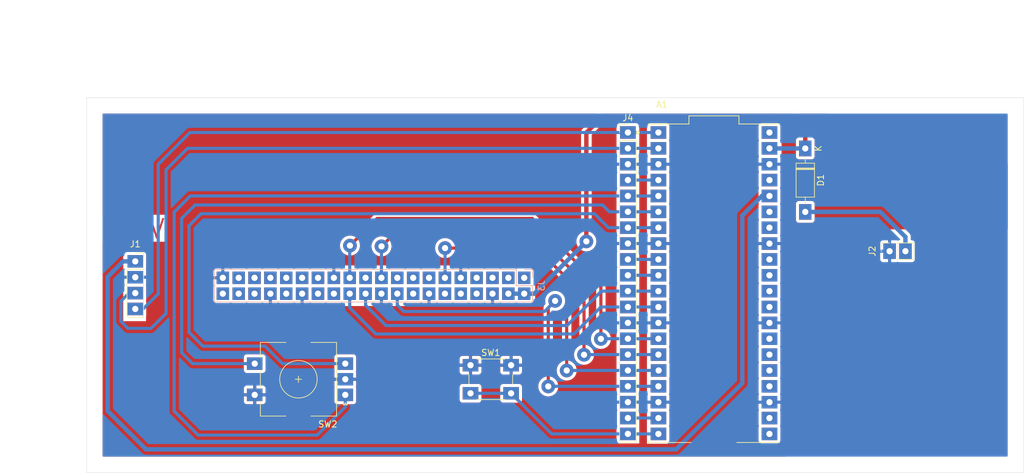
<source format=kicad_pcb>
(kicad_pcb (version 20240108) (generator "pcbnew") (generator_version "8.0")
  (layers (0 "F.Cu" signal) (31 "B.Cu" signal) (44 "Edge.Cuts" user))
  (net 0 "")
  (net 5 "ENC-PSH")
  (net 6 "GND")
  (net 9 "E-PAPER-DC")
  (net 10 "ENC-A")
  (net 12 "AS7341-SCL")
  (net 13 "E-PAPER-MOSI")
  (net 15 "E-PAPER-BUSY")
  (net 19 "E-PAPER-SCK")
  (net 20 "GP6")
  (net 21 "E-PAPER-RST")
  (net 22 "+3.3V")
  (net 23 "ENC-B")
  (net 25 "GP2")
  (net 26 "GP14")
  (net 27 "AS7341-SDA")
  (net 28 "GP7")
  (net 29 "E-PAPER-CS")
  (net 30 "+5V")
  (net 33 "PUSH-SWITCH")
  (net 34 "VCC")
  (net 49 "unconnected-(J3-Pin_40-Pad40)")
  (footprint "Diode_THT:D_DO-41_SOD81_P10.16mm_Horizontal" (layer "F.Cu") (at 197.35 69.370001 -90)
    (property "Reference" "D1" (at 5.08 -2.47 90) (layer "F.SilkS"))
    (property "Value" "1N4002")
    (fp_line (start 2.36 1.47) (end 7.8 1.47) (stroke (width 0.12)) (layer "F.SilkS"))
    (fp_line (start 7.8 1.47) (end 7.8 -1.47) (stroke (width 0.12)) (layer "F.SilkS"))
    (fp_line (start 1.34 0) (end 2.36 0) (stroke (width 0.12)) (layer "F.SilkS"))
    (fp_line (start 8.82 0) (end 7.8 0) (stroke (width 0.12)) (layer "F.SilkS"))
    (fp_line (start 2.36 -1.47) (end 2.36 1.47) (stroke (width 0.12)) (layer "F.SilkS"))
    (fp_line (start 3.14 -1.47) (end 3.14 1.47) (stroke (width 0.12)) (layer "F.SilkS"))
    (fp_line (start 3.26 -1.47) (end 3.26 1.47) (stroke (width 0.12)) (layer "F.SilkS"))
    (fp_line (start 3.38 -1.47) (end 3.38 1.47) (stroke (width 0.12)) (layer "F.SilkS"))
    (fp_line (start 7.8 -1.47) (end 2.36 -1.47) (stroke (width 0.12)) (layer "F.SilkS"))
    (fp_text user "K" (at 0 -2.1 90) (layer "F.SilkS"))
    (pad "1" thru_hole rect (at 0 0 270) (size 2.5 2) (drill 1) (layers "*.Cu" "*.Mask") (net 30 "+5V"))
    (pad "2" thru_hole rect (at 10.16 0 270) (size 2.5 2) (drill 1) (layers "*.Cu" "*.Mask") (net 34 "VCC"))
  )
  (footprint "Connector_PinHeader_2.54mm:PinHeader_1x20_P2.54mm_Vertical" (layer "F.Cu") (at 168.95 66.815)
    (property "Reference" "J4" (at 0 -2.33 0) (layer "F.SilkS"))
    (property "Value" "MCU-socket")
    (fp_line (start -1.33 -1.33) (end 0 -1.33) (stroke (width 0.12)) (layer "F.SilkS"))
    (fp_line (start -1.33 0) (end -1.33 -1.33) (stroke (width 0.12)) (layer "F.SilkS"))
    (fp_line (start -1.33 1.27) (end -1.33 49.59) (stroke (width 0.12)) (layer "F.SilkS"))
    (fp_line (start -1.33 1.27) (end 1.33 1.27) (stroke (width 0.12)) (layer "F.SilkS"))
    (fp_line (start -1.33 49.59) (end 1.33 49.59) (stroke (width 0.12)) (layer "F.SilkS"))
    (fp_line (start 1.33 1.27) (end 1.33 49.59) (stroke (width 0.12)) (layer "F.SilkS"))
    (pad "1" thru_hole rect (at 0 0) (size 2.5 2) (drill 1) (layers "*.Cu" "*.Mask") (net 27 "AS7341-SDA"))
    (pad "2" thru_hole rect (at 0 2.54) (size 2.5 2) (drill 1) (layers "*.Cu" "*.Mask") (net 12 "AS7341-SCL"))
    (pad "3" thru_hole rect (at 0 5.08) (size 2.5 2) (drill 1) (layers "*.Cu" "*.Mask") (net 6 "GND"))
    (pad "4" thru_hole rect (at 0 7.62) (size 2.5 2) (drill 1) (layers "*.Cu" "*.Mask") (net 25 "GP2"))
    (pad "5" thru_hole rect (at 0 10.16) (size 2.5 2) (drill 1) (layers "*.Cu" "*.Mask") (net 10 "ENC-A"))
    (pad "6" thru_hole rect (at 0 12.7) (size 2.5 2) (drill 1) (layers "*.Cu" "*.Mask") (net 5 "ENC-PSH"))
    (pad "7" thru_hole rect (at 0 15.24) (size 2.5 2) (drill 1) (layers "*.Cu" "*.Mask") (net 23 "ENC-B"))
    (pad "8" thru_hole rect (at 0 17.78) (size 2.5 2) (drill 1) (layers "*.Cu" "*.Mask") (net 6 "GND"))
    (pad "9" thru_hole rect (at 0 20.32) (size 2.5 2) (drill 1) (layers "*.Cu" "*.Mask") (net 20 "GP6"))
    (pad "10" thru_hole rect (at 0 22.86) (size 2.5 2) (drill 1) (layers "*.Cu" "*.Mask") (net 28 "GP7"))
    (pad "11" thru_hole rect (at 0 25.4) (size 2.5 2) (drill 1) (layers "*.Cu" "*.Mask") (net 9 "E-PAPER-DC"))
    (pad "12" thru_hole rect (at 0 27.94) (size 2.5 2) (drill 1) (layers "*.Cu" "*.Mask") (net 29 "E-PAPER-CS"))
    (pad "13" thru_hole rect (at 0 30.48) (size 2.5 2) (drill 1) (layers "*.Cu" "*.Mask") (net 6 "GND"))
    (pad "14" thru_hole rect (at 0 33.02) (size 2.5 2) (drill 1) (layers "*.Cu" "*.Mask") (net 19 "E-PAPER-SCK"))
    (pad "15" thru_hole rect (at 0 35.56) (size 2.5 2) (drill 1) (layers "*.Cu" "*.Mask") (net 13 "E-PAPER-MOSI"))
    (pad "16" thru_hole rect (at 0 38.1) (size 2.5 2) (drill 1) (layers "*.Cu" "*.Mask") (net 21 "E-PAPER-RST"))
    (pad "17" thru_hole rect (at 0 40.64) (size 2.5 2) (drill 1) (layers "*.Cu" "*.Mask") (net 15 "E-PAPER-BUSY"))
    (pad "18" thru_hole rect (at 0 43.18) (size 2.5 2) (drill 1) (layers "*.Cu" "*.Mask") (net 6 "GND"))
    (pad "19" thru_hole rect (at 0 45.72) (size 2.5 2) (drill 1) (layers "*.Cu" "*.Mask") (net 26 "GP14"))
    (pad "20" thru_hole rect (at 0 48.26) (size 2.5 2) (drill 1) (layers "*.Cu" "*.Mask") (net 33 "PUSH-SWITCH"))
  )
  (footprint "Button_Switch_THT:SW_PUSH_6mm_H13mm" (layer "F.Cu") (at 143.75 104.075)
    (property "Reference" "SW1" (at 3.25 -2 0) (layer "F.SilkS"))
    (property "Value" "SW_Push")
    (fp_line (start -0.25 1.5) (end -0.25 3) (stroke (width 0.12)) (layer "F.SilkS"))
    (fp_line (start 1 5.5) (end 5.5 5.5) (stroke (width 0.12)) (layer "F.SilkS"))
    (fp_line (start 5.5 -1) (end 1 -1) (stroke (width 0.12)) (layer "F.SilkS"))
    (fp_line (start 6.75 3) (end 6.75 1.5) (stroke (width 0.12)) (layer "F.SilkS"))
    (pad "1" thru_hole rect (at 0 0) (size 2.5 2) (drill 1) (layers "*.Cu" "*.Mask") (net 6 "GND"))
    (pad "1" thru_hole rect (at 6.5 0) (size 2.5 2) (drill 1) (layers "*.Cu" "*.Mask") (net 6 "GND"))
    (pad "2" thru_hole rect (at 0 4.5) (size 2.5 2) (drill 1) (layers "*.Cu" "*.Mask") (net 33 "PUSH-SWITCH"))
    (pad "2" thru_hole rect (at 6.5 4.5) (size 2.5 2) (drill 1) (layers "*.Cu" "*.Mask") (net 33 "PUSH-SWITCH"))
  )
  (footprint "userr:MODULE_SC0915" (layer "F.Cu") (at 182.725 90.95)
    (property "Reference" "A1" (at -8.325 -28.635 0) (layer "F.SilkS"))
    (property "Value" "SC0918")
    (fp_line (start -10.5 -25.5) (end -4 -25.5) (stroke (width 0.127)) (layer "F.SilkS"))
    (fp_line (start -10.5 -25.25) (end -10.5 -25.5) (stroke (width 0.127)) (layer "F.SilkS"))
    (fp_line (start -10.5 25.5) (end -10.5 25.25) (stroke (width 0.127)) (layer "F.SilkS"))
    (fp_line (start -4 -26.8) (end 4 -26.8) (stroke (width 0.127)) (layer "F.SilkS"))
    (fp_line (start -4 -25.5) (end -4 -26.8) (stroke (width 0.127)) (layer "F.SilkS"))
    (fp_line (start -3.66 25.5) (end -10.5 25.5) (stroke (width 0.127)) (layer "F.SilkS"))
    (fp_line (start 4 -26.8) (end 4 -25.5) (stroke (width 0.127)) (layer "F.SilkS"))
    (fp_line (start 4 -25.5) (end 10.5 -25.5) (stroke (width 0.127)) (layer "F.SilkS"))
    (fp_line (start 10.5 -25.5) (end 10.5 -25.25) (stroke (width 0.127)) (layer "F.SilkS"))
    (fp_line (start 10.5 25.5) (end 3.66 25.5) (stroke (width 0.127)) (layer "F.SilkS"))
    (fp_line (start 10.5 25.5) (end 10.5 25.25) (stroke (width 0.127)) (layer "F.SilkS"))
    (fp_circle (center -12.19 -24.13) (end -11.99 -24.13) (stroke (width 0.2)) (fill solid) (layer "F.SilkS"))
    (pad "1" thru_hole rect (at -8.89 -24.13) (size 2.5 2) (drill 1) (layers "*.Cu" "*.Mask") (net 27 "AS7341-SDA"))
    (pad "2" thru_hole rect (at -8.89 -21.59) (size 2.5 2) (drill 1) (layers "*.Cu" "*.Mask") (net 12 "AS7341-SCL"))
    (pad "3" thru_hole rect (at -8.89 -19.05) (size 2.5 2) (drill 1) (layers "*.Cu" "*.Mask") (net 6 "GND"))
    (pad "4" thru_hole rect (at -8.89 -16.51) (size 2.5 2) (drill 1) (layers "*.Cu" "*.Mask") (net 25 "GP2"))
    (pad "5" thru_hole rect (at -8.89 -13.97) (size 2.5 2) (drill 1) (layers "*.Cu" "*.Mask") (net 10 "ENC-A"))
    (pad "6" thru_hole rect (at -8.89 -11.43) (size 2.5 2) (drill 1) (layers "*.Cu" "*.Mask") (net 5 "ENC-PSH"))
    (pad "7" thru_hole rect (at -8.89 -8.89) (size 2.5 2) (drill 1) (layers "*.Cu" "*.Mask") (net 23 "ENC-B"))
    (pad "8" thru_hole rect (at -8.89 -6.35) (size 2.5 2) (drill 1) (layers "*.Cu" "*.Mask") (net 6 "GND"))
    (pad "9" thru_hole rect (at -8.89 -3.81) (size 2.5 2) (drill 1) (layers "*.Cu" "*.Mask") (net 20 "GP6"))
    (pad "10" thru_hole rect (at -8.89 -1.27) (size 2.5 2) (drill 1) (layers "*.Cu" "*.Mask") (net 28 "GP7"))
    (pad "11" thru_hole rect (at -8.89 1.27) (size 2.5 2) (drill 1) (layers "*.Cu" "*.Mask") (net 9 "E-PAPER-DC"))
    (pad "12" thru_hole rect (at -8.89 3.81) (size 2.5 2) (drill 1) (layers "*.Cu" "*.Mask") (net 29 "E-PAPER-CS"))
    (pad "13" thru_hole rect (at -8.89 6.35) (size 2.5 2) (drill 1) (layers "*.Cu" "*.Mask") (net 6 "GND"))
    (pad "14" thru_hole rect (at -8.89 8.89) (size 2.5 2) (drill 1) (layers "*.Cu" "*.Mask") (net 19 "E-PAPER-SCK"))
    (pad "15" thru_hole rect (at -8.89 11.43) (size 2.5 2) (drill 1) (layers "*.Cu" "*.Mask") (net 13 "E-PAPER-MOSI"))
    (pad "16" thru_hole rect (at -8.848119 13.97) (size 2.5 2) (drill 1) (layers "*.Cu" "*.Mask") (net 21 "E-PAPER-RST"))
    (pad "17" thru_hole rect (at -8.89 16.51) (size 2.5 2) (drill 1) (layers "*.Cu" "*.Mask") (net 15 "E-PAPER-BUSY"))
    (pad "18" thru_hole rect (at -8.89 19.05) (size 2.5 2) (drill 1) (layers "*.Cu" "*.Mask") (net 6 "GND"))
    (pad "19" thru_hole rect (at -8.89 21.59) (size 2.5 2) (drill 1) (layers "*.Cu" "*.Mask") (net 26 "GP14"))
    (pad "20" thru_hole rect (at -8.89 24.13) (size 2.5 2) (drill 1) (layers "*.Cu" "*.Mask") (net 33 "PUSH-SWITCH"))
    (pad "21" thru_hole rect (at 8.89 24.13) (size 2.5 2) (drill 1) (layers "*.Cu" "*.Mask"))
    (pad "22" thru_hole rect (at 8.89 21.59) (size 2.5 2) (drill 1) (layers "*.Cu" "*.Mask"))
    (pad "23" thru_hole rect (at 8.89 19.05) (size 2.5 2) (drill 1) (layers "*.Cu" "*.Mask") (net 6 "GND"))
    (pad "24" thru_hole rect (at 8.89 16.51) (size 2.5 2) (drill 1) (layers "*.Cu" "*.Mask"))
    (pad "25" thru_hole rect (at 8.89 13.97) (size 2.5 2) (drill 1) (layers "*.Cu" "*.Mask"))
    (pad "26" thru_hole rect (at 8.89 11.43) (size 2.5 2) (drill 1) (layers "*.Cu" "*.Mask"))
    (pad "27" thru_hole rect (at 8.89 8.89) (size 2.5 2) (drill 1) (layers "*.Cu" "*.Mask"))
    (pad "28" thru_hole rect (at 8.89 6.35) (size 2.5 2) (drill 1) (layers "*.Cu" "*.Mask") (net 6 "GND"))
    (pad "29" thru_hole rect (at 8.89 3.81) (size 2.5 2) (drill 1) (layers "*.Cu" "*.Mask"))
    (pad "30" thru_hole rect (at 8.89 1.27) (size 2.5 2) (drill 1) (layers "*.Cu" "*.Mask"))
    (pad "31" thru_hole rect (at 8.89 -1.27) (size 2.5 2) (drill 1) (layers "*.Cu" "*.Mask"))
    (pad "32" thru_hole rect (at 8.89 -3.81) (size 2.5 2) (drill 1) (layers "*.Cu" "*.Mask"))
    (pad "33" thru_hole rect (at 8.89 -6.35) (size 2.5 2) (drill 1) (layers "*.Cu" "*.Mask") (net 6 "GND"))
    (pad "34" thru_hole rect (at 8.89 -8.89) (size 2.5 2) (drill 1) (layers "*.Cu" "*.Mask"))
    (pad "35" thru_hole rect (at 8.89 -11.43) (size 2.5 2) (drill 1) (layers "*.Cu" "*.Mask"))
    (pad "36" thru_hole rect (at 8.89 -13.97) (size 2.5 2) (drill 1) (layers "*.Cu" "*.Mask") (net 22 "+3.3V"))
    (pad "37" thru_hole rect (at 8.89 -16.51) (size 2.5 2) (drill 1) (layers "*.Cu" "*.Mask"))
    (pad "38" thru_hole rect (at 8.89 -19.05) (size 2.5 2) (drill 1) (layers "*.Cu" "*.Mask") (net 6 "GND"))
    (pad "39" thru_hole rect (at 8.89 -21.59) (size 2.5 2) (drill 1) (layers "*.Cu" "*.Mask") (net 30 "+5V"))
    (pad "40" thru_hole rect (at 8.89 -24.13) (size 2.5 2) (drill 1) (layers "*.Cu" "*.Mask"))
  )
  (footprint "Connector_PinSocket_2.54mm:PinSocket_1x02_P2.54mm_Vertical" (layer "F.Cu") (at 210.85 85.825 90)
    (property "Reference" "J2" (at 0 -2.77 90) (layer "F.SilkS"))
    (property "Value" "BAT-IN")
    (fp_line (start 1.33 -1.33) (end 1.33 0) (stroke (width 0.12)) (layer "F.SilkS"))
    (fp_line (start 0 -1.33) (end 1.33 -1.33) (stroke (width 0.12)) (layer "F.SilkS"))
    (fp_line (start 1.33 1.270001) (end 1.33 3.87) (stroke (width 0.12)) (layer "F.SilkS"))
    (fp_line (start -1.33 1.270001) (end 1.33 1.270001) (stroke (width 0.12)) (layer "F.SilkS"))
    (fp_line (start -1.33 1.270001) (end -1.33 3.87) (stroke (width 0.12)) (layer "F.SilkS"))
    (fp_line (start -1.33 3.87) (end 1.33 3.87) (stroke (width 0.12)) (layer "F.SilkS"))
    (pad "1" thru_hole rect (at 0 0 90) (size 2.5 2) (drill 1) (layers "*.Cu" "*.Mask") (net 6 "GND"))
    (pad "2" thru_hole rect (at 0 2.54 90) (size 2.5 2) (drill 1) (layers "*.Cu" "*.Mask") (net 34 "VCC"))
  )
  (footprint "Connector_PinSocket_2.54mm:PinSocket_1x04_P2.54mm_Vertical" (layer "F.Cu") (at 90.075 87.45)
    (property "Reference" "J1" (at 0 -2.77 0) (layer "F.SilkS"))
    (property "Value" "AS7341-BOARD")
    (fp_line (start -1.33 1.27) (end -1.33 8.95) (stroke (width 0.12)) (layer "F.SilkS"))
    (fp_line (start -1.33 1.27) (end 1.33 1.27) (stroke (width 0.12)) (layer "F.SilkS"))
    (fp_line (start -1.33 8.95) (end 1.33 8.95) (stroke (width 0.12)) (layer "F.SilkS"))
    (fp_line (start 0 -1.33) (end 1.33 -1.33) (stroke (width 0.12)) (layer "F.SilkS"))
    (fp_line (start 1.33 -1.33) (end 1.33 0) (stroke (width 0.12)) (layer "F.SilkS"))
    (fp_line (start 1.33 1.27) (end 1.33 8.95) (stroke (width 0.12)) (layer "F.SilkS"))
    (pad "1" thru_hole rect (at 0 0) (size 2.5 2) (drill 1) (layers "*.Cu" "*.Mask") (net 22 "+3.3V"))
    (pad "2" thru_hole rect (at 0 2.54) (size 2.5 2) (drill 1) (layers "*.Cu" "*.Mask") (net 6 "GND"))
    (pad "3" thru_hole rect (at 0 5.08) (size 2.5 2) (drill 1) (layers "*.Cu" "*.Mask") (net 12 "AS7341-SCL"))
    (pad "4" thru_hole rect (at 0 7.62) (size 2.5 2) (drill 1) (layers "*.Cu" "*.Mask") (net 27 "AS7341-SDA"))
  )
  (footprint "Rotary_Encoder:RotaryEncoder_Alps_EC11E-Switch_Vertical_H20mm" (layer "F.Cu") (at 123.7 108.825001 180)
    (property "Reference" "SW2" (at 2.8 -4.7 0) (layer "F.SilkS"))
    (property "Value" "RotaryEncoder_Switch")
    (fp_line (start 13.6 8.4) (end 9.499999 8.4) (stroke (width 0.12)) (layer "F.SilkS"))
    (fp_line (start 13.6 6) (end 13.6 8.4) (stroke (width 0.12)) (layer "F.SilkS"))
    (fp_line (start 13.6 1.2) (end 13.6 3.8) (stroke (width 0.12)) (layer "F.SilkS"))
    (fp_line (start 13.6 -3.4) (end 13.6 -1) (stroke (width 0.12)) (layer "F.SilkS"))
    (fp_line (start 9.499999 -3.4) (end 13.6 -3.4) (stroke (width 0.12)) (layer "F.SilkS"))
    (fp_line (start 7.499999 2) (end 7.5 3) (stroke (width 0.12)) (layer "F.SilkS"))
    (fp_line (start 7 2.499999) (end 8 2.5) (stroke (width 0.12)) (layer "F.SilkS"))
    (fp_line (start 5.5 8.4) (end 1.4 8.399999) (stroke (width 0.12)) (layer "F.SilkS"))
    (fp_line (start 5.5 -3.4) (end 1.4 -3.400001) (stroke (width 0.12)) (layer "F.SilkS"))
    (fp_line (start 1.4 -3.400001) (end 1.4 8.399999) (stroke (width 0.12)) (layer "F.SilkS"))
    (fp_line (start 0.3 -1.6) (end 0 -1.3) (stroke (width 0.12)) (layer "F.SilkS"))
    (fp_line (start 0 -1.3) (end -0.3 -1.6) (stroke (width 0.12)) (layer "F.SilkS"))
    (fp_line (start -0.3 -1.6) (end 0.3 -1.6) (stroke (width 0.12)) (layer "F.SilkS"))
    (fp_circle (center 7.5 2.5) (end 10.5 2.5) (stroke (width 0.12)) (fill none) (layer "F.SilkS"))
    (pad "A" thru_hole rect (at 0 0 180) (size 2.5 2) (drill 1) (layers "*.Cu" "*.Mask") (net 10 "ENC-A"))
    (pad "B" thru_hole rect (at 0 5 180) (size 2.5 2) (drill 1) (layers "*.Cu" "*.Mask") (net 23 "ENC-B"))
    (pad "C" thru_hole rect (at 0 2.5 180) (size 2.5 2) (drill 1) (layers "*.Cu" "*.Mask") (net 6 "GND"))
    (pad "S1" thru_hole rect (at 14.5 5 180) (size 2.5 2) (drill 1) (layers "*.Cu" "*.Mask") (net 5 "ENC-PSH"))
    (pad "S2" thru_hole rect (at 14.5 0 180) (size 2.5 2) (drill 1) (layers "*.Cu" "*.Mask") (net 6 "GND"))
  )
  (footprint "Connector_PinSocket_2.54mm:PinSocket_2x20_P2.54mm_Vertical" (layer "B.Cu") (at 152.35 90.085 90)
    (property "Reference" "J3" (at -1.27 2.77 -90) (layer "B.SilkS") (effects (justify mirror)))
    (property "Value" "Conn_02x20_Odd_Even")
    (fp_line (start 1.33 -49.59) (end -3.87 -49.59) (stroke (width 0.12)) (layer "B.SilkS"))
    (fp_line (start 1.33 -49.59) (end 1.33 -1.270001) (stroke (width 0.12)) (layer "B.SilkS"))
    (fp_line (start -3.87 -49.59) (end -3.87 1.33) (stroke (width 0.12)) (layer "B.SilkS"))
    (fp_line (start 1.33 -1.270001) (end -1.27 -1.27) (stroke (width 0.12)) (layer "B.SilkS"))
    (fp_line (start -1.27 -1.27) (end -1.270001 1.33) (stroke (width 0.12)) (layer "B.SilkS"))
    (fp_line (start 1.33 0) (end 1.33 1.33) (stroke (width 0.12)) (layer "B.SilkS"))
    (fp_line (start 1.33 1.33) (end 0 1.33) (stroke (width 0.12)) (layer "B.SilkS"))
    (fp_line (start -1.270001 1.33) (end -3.87 1.33) (stroke (width 0.12)) (layer "B.SilkS"))
    (pad "1" thru_hole rect (at 0 0 90) (size 2 2) (drill 1) (layers "*.Cu" "*.Mask"))
    (pad "2" thru_hole rect (at -2.54 0 90) (size 2 2) (drill 1) (layers "*.Cu" "*.Mask") (net 30 "+5V"))
    (pad "3" thru_hole rect (at 0 -2.54 90) (size 2 2) (drill 1) (layers "*.Cu" "*.Mask"))
    (pad "4" thru_hole rect (at -2.54 -2.54 90) (size 2 2) (drill 1) (layers "*.Cu" "*.Mask") (net 30 "+5V"))
    (pad "5" thru_hole rect (at 0 -5.079999 90) (size 2 2) (drill 1) (layers "*.Cu" "*.Mask"))
    (pad "6" thru_hole rect (at -2.54 -5.08 90) (size 2 2) (drill 1) (layers "*.Cu" "*.Mask") (net 6 "GND"))
    (pad "7" thru_hole rect (at 0 -7.62 90) (size 2 2) (drill 1) (layers "*.Cu" "*.Mask"))
    (pad "8" thru_hole rect (at -2.54 -7.62 90) (size 2 2) (drill 1) (layers "*.Cu" "*.Mask"))
    (pad "9" thru_hole rect (at 0 -10.16 90) (size 2 2) (drill 1) (layers "*.Cu" "*.Mask") (net 6 "GND"))
    (pad "10" thru_hole rect (at -2.54 -10.16 90) (size 2 2) (drill 1) (layers "*.Cu" "*.Mask"))
    (pad "11" thru_hole rect (at 0 -12.7 90) (size 2 2) (drill 1) (layers "*.Cu" "*.Mask") (net 21 "E-PAPER-RST"))
    (pad "12" thru_hole rect (at -2.54 -12.7 90) (size 2 2) (drill 1) (layers "*.Cu" "*.Mask"))
    (pad "13" thru_hole rect (at 0 -15.24 90) (size 2 2) (drill 1) (layers "*.Cu" "*.Mask"))
    (pad "14" thru_hole rect (at -2.54 -15.24 90) (size 2 2) (drill 1) (layers "*.Cu" "*.Mask") (net 6 "GND"))
    (pad "15" thru_hole rect (at 0 -17.780001 90) (size 2 2) (drill 1) (layers "*.Cu" "*.Mask"))
    (pad "16" thru_hole rect (at -2.54 -17.78 90) (size 2 2) (drill 1) (layers "*.Cu" "*.Mask"))
    (pad "17" thru_hole rect (at 0 -20.32 90) (size 2 2) (drill 1) (layers "*.Cu" "*.Mask"))
    (pad "18" thru_hole rect (at -2.54 -20.32 90) (size 2 2) (drill 1) (layers "*.Cu" "*.Mask") (net 15 "E-PAPER-BUSY"))
    (pad "19" thru_hole rect (at 0 -22.86 90) (size 2 2) (drill 1) (layers "*.Cu" "*.Mask") (net 13 "E-PAPER-MOSI"))
    (pad "20" thru_hole rect (at -2.54 -22.86 90) (size 2 2) (drill 1) (layers "*.Cu" "*.Mask") (net 6 "GND"))
    (pad "21" thru_hole rect (at 0 -25.4 90) (size 2 2) (drill 1) (layers "*.Cu" "*.Mask"))
    (pad "22" thru_hole rect (at -2.54 -25.4 90) (size 2 2) (drill 1) (layers "*.Cu" "*.Mask") (net 9 "E-PAPER-DC"))
    (pad "23" thru_hole rect (at 0 -27.939999 90) (size 2 2) (drill 1) (layers "*.Cu" "*.Mask") (net 19 "E-PAPER-SCK"))
    (pad "24" thru_hole rect (at -2.54 -27.94 90) (size 2 2) (drill 1) (layers "*.Cu" "*.Mask") (net 29 "E-PAPER-CS"))
    (pad "25" thru_hole rect (at 0 -30.48 90) (size 2 2) (drill 1) (layers "*.Cu" "*.Mask") (net 6 "GND"))
    (pad "26" thru_hole rect (at -2.54 -30.48 90) (size 2 2) (drill 1) (layers "*.Cu" "*.Mask"))
    (pad "27" thru_hole rect (at 0 -33.02 90) (size 2 2) (drill 1) (layers "*.Cu" "*.Mask"))
    (pad "28" thru_hole rect (at -2.54 -33.02 90) (size 2 2) (drill 1) (layers "*.Cu" "*.Mask"))
    (pad "29" thru_hole rect (at 0 -35.56 90) (size 2 2) (drill 1) (layers "*.Cu" "*.Mask"))
    (pad "30" thru_hole rect (at -2.54 -35.56 90) (size 2 2) (drill 1) (layers "*.Cu" "*.Mask") (net 6 "GND"))
    (pad "31" thru_hole rect (at 0 -38.099999 90) (size 2 2) (drill 1) (layers "*.Cu" "*.Mask"))
    (pad "32" thru_hole rect (at -2.54 -38.1 90) (size 2 2) (drill 1) (layers "*.Cu" "*.Mask"))
    (pad "33" thru_hole rect (at 0 -40.640001 90) (size 2 2) (drill 1) (layers "*.Cu" "*.Mask"))
    (pad "34" thru_hole rect (at -2.54 -40.64 90) (size 2 2) (drill 1) (layers "*.Cu" "*.Mask") (net 6 "GND"))
    (pad "35" thru_hole rect (at 0 -43.18 90) (size 2 2) (drill 1) (layers "*.Cu" "*.Mask"))
    (pad "36" thru_hole rect (at -2.54 -43.18 90) (size 2 2) (drill 1) (layers "*.Cu" "*.Mask"))
    (pad "37" thru_hole rect (at 0 -45.72 90) (size 2 2) (drill 1) (layers "*.Cu" "*.Mask"))
    (pad "38" thru_hole rect (at -2.54 -45.72 90) (size 2 2) (drill 1) (layers "*.Cu" "*.Mask"))
    (pad "39" thru_hole rect (at 0 -48.26 90) (size 2 2) (drill 1) (layers "*.Cu" "*.Mask") (net 6 "GND"))
    (pad "40" thru_hole rect (at -2.54 -48.26 90) (size 2 2) (drill 1) (layers "*.Cu" "*.Mask") (net 49 "unconnected-(J3-Pin_40-Pad40)"))
  )
  (gr_rect (start 82.3 61.25) (end 232.3 121.25) (stroke (width 0.05)) (fill none) (layer "Edge.Cuts"))
  (gr_text "3.3V" (at 89.95 82.275 0) (layer "F.Cu") (effects (font (size 3 3) (thickness 0.3))))
  (gr_text "BATTERY\nHERE" (at 212.35 101.425 0) (layer "F.Cu") (effects (font (size 3 3) (thickness 0.3))))
  (gr_text "ENG5026\nSPECTROMETER" (at 215.2 67.875 0) (layer "F.Cu") (effects (font (size 2.5 2.5) (thickness 0.3))))
  (segment (start 165.99 79.515) (end 168.95 79.515) (width 0.5) (layer "B.Cu") (net 5))
  (segment (start 164.9 78.425) (end 165.99 79.515) (width 0.5) (layer "B.Cu") (net 5))
  (segment (start 109.2 103.825001) (end 99.250001 103.825001) (width 0.5) (layer "B.Cu") (net 5))
  (segment (start 173.83 79.515) (end 173.835 79.52) (width 0.5) (layer "B.Cu") (net 5))
  (segment (start 99.65 78.425) (end 164.9 78.425) (width 0.5) (layer "B.Cu") (net 5))
  (segment (start 97.5 80.575) (end 99.65 78.425) (width 0.5) (layer "B.Cu") (net 5))
  (segment (start 97.5 102.075) (end 97.5 80.575) (width 0.5) (layer "B.Cu") (net 5))
  (segment (start 168.95 79.515) (end 173.83 79.515) (width 0.5) (layer "B.Cu") (net 5))
  (segment (start 99.250001 103.825001) (end 97.5 102.075) (width 0.5) (layer "B.Cu") (net 5))
  (segment (start 159.2 97.725) (end 130.2 97.725) (width 0.5) (layer "B.Cu") (net 9))
  (segment (start 173.83 92.215) (end 173.835 92.22) (width 0.5) (layer "B.Cu") (net 9))
  (segment (start 130.2 97.725) (end 126.95 94.475) (width 0.5) (layer "B.Cu") (net 9))
  (segment (start 168.95 92.215) (end 173.83 92.215) (width 0.5) (layer "B.Cu") (net 9))
  (segment (start 164.71 92.215) (end 159.2 97.725) (width 0.5) (layer "B.Cu") (net 9))
  (segment (start 126.95 94.475) (end 126.95 92.625) (width 0.5) (layer "B.Cu") (net 9))
  (segment (start 168.95 92.215) (end 164.71 92.215) (width 0.5) (layer "B.Cu") (net 9))
  (segment (start 100.15 115.275) (end 119.2 115.275) (width 0.5) (layer "B.Cu") (net 10))
  (segment (start 123.7 110.775) (end 123.7 108.825001) (width 0.5) (layer "B.Cu") (net 10))
  (segment (start 168.955 76.98) (end 168.95 76.975) (width 0.5) (layer "B.Cu") (net 10))
  (segment (start 96.3 111.425) (end 100.15 115.275) (width 0.5) (layer "B.Cu") (net 10))
  (segment (start 168.95 76.975) (end 98.89 76.975) (width 0.5) (layer "B.Cu") (net 10))
  (segment (start 98.89 76.975) (end 96.3 79.565) (width 0.5) (layer "B.Cu") (net 10))
  (segment (start 173.835 76.98) (end 168.955 76.98) (width 0.5) (layer "B.Cu") (net 10))
  (segment (start 119.2 115.275) (end 123.7 110.775) (width 0.5) (layer "B.Cu") (net 10))
  (segment (start 96.3 79.565) (end 96.3 111.425) (width 0.5) (layer "B.Cu") (net 10))
  (segment (start 87.775 97.05) (end 87.775 93.825) (width 0.5) (layer "B.Cu") (net 12))
  (segment (start 92.6 98.175) (end 88.9 98.175) (width 0.5) (layer "B.Cu") (net 12))
  (segment (start 95 72.8) (end 95 95.775) (width 0.5) (layer "B.Cu") (net 12))
  (segment (start 168.95 69.355) (end 173.83 69.355) (width 0.5) (layer "B.Cu") (net 12))
  (segment (start 98.445 69.355) (end 95 72.8) (width 0.5) (layer "B.Cu") (net 12))
  (segment (start 87.775 93.825) (end 89.07 92.53) (width 0.5) (layer "B.Cu") (net 12))
  (segment (start 173.83 69.355) (end 173.835 69.36) (width 0.5) (layer "B.Cu") (net 12))
  (segment (start 168.95 69.355) (end 98.445 69.355) (width 0.5) (layer "B.Cu") (net 12))
  (segment (start 88.9 98.175) (end 87.775 97.05) (width 0.5) (layer "B.Cu") (net 12))
  (segment (start 89.07 92.53) (end 90.075 92.53) (width 0.5) (layer "B.Cu") (net 12))
  (segment (start 95 95.775) (end 92.6 98.175) (width 0.5) (layer "B.Cu") (net 12))
  (segment (start 161.925 90.825) (end 161.925 102.405) (width 0.5) (layer "F.Cu") (net 13))
  (segment (start 153.825 82.725) (end 131.825 82.725) (width 0.5) (layer "F.Cu") (net 13))
  (segment (start 161.925 90.825) (end 153.825 82.725) (width 0.5) (layer "F.Cu") (net 13))
  (segment (start 131.825 82.725) (end 129.5 85.05) (width 0.5) (layer "F.Cu") (net 13))
  (via (at 129.5 85.05) (size 2.2) (drill 1) (layers "F.Cu" "B.Cu") (net 13))
  (via (at 161.925 102.405) (size 2.2) (drill 1) (layers "F.Cu" "B.Cu") (net 13))
  (segment (start 168.95 102.375) (end 161.955 102.375) (width 0.5) (layer "B.Cu") (net 13))
  (segment (start 168.95 102.375) (end 173.83 102.375) (width 0.5) (layer "B.Cu") (net 13))
  (segment (start 129.49 85.06) (end 129.49 90.085) (width 0.5) (layer "B.Cu") (net 13))
  (segment (start 173.83 102.375) (end 173.835 102.38) (width 0.5) (layer "B.Cu") (net 13))
  (segment (start 129.5 85.05) (end 129.49 85.06) (width 0.5) (layer "B.Cu") (net 13))
  (segment (start 161.955 102.375) (end 161.925 102.405) (width 0.5) (layer "B.Cu") (net 13))
  (segment (start 156.2 94.875) (end 156.2 107.475) (width 0.5) (layer "F.Cu") (net 15))
  (segment (start 157.3 93.775) (end 156.2 94.875) (width 0.5) (layer "F.Cu") (net 15))
  (via (at 156.2 107.475) (size 2.2) (drill 1) (layers "F.Cu" "B.Cu") (net 15))
  (via (at 157.3 93.775) (size 2.2) (drill 1) (layers "F.Cu" "B.Cu") (net 15))
  (segment (start 133.05 95.475) (end 132.03 94.455) (width 0.5) (layer "B.Cu") (net 15))
  (segment (start 157.3 93.775) (end 155.6 95.475) (width 0.5) (layer "B.Cu") (net 15))
  (segment (start 156.22 107.455) (end 156.2 107.475) (width 0.5) (layer "B.Cu") (net 15))
  (segment (start 173.83 107.455) (end 173.835 107.46) (width 0.5) (layer "B.Cu") (net 15))
  (segment (start 168.95 107.455) (end 156.22 107.455) (width 0.5) (layer "B.Cu") (net 15))
  (segment (start 155.6 95.475) (end 133.05 95.475) (width 0.5) (layer "B.Cu") (net 15))
  (segment (start 132.03 94.455) (end 132.03 92.625) (width 0.5) (layer "B.Cu") (net 15))
  (segment (start 168.95 107.455) (end 173.83 107.455) (width 0.5) (layer "B.Cu") (net 15))
  (segment (start 153.65 80.575) (end 128.8 80.575) (width 0.5) (layer "F.Cu") (net 19))
  (segment (start 164.625 91.55) (end 164.625 99.865) (width 0.5) (layer "F.Cu") (net 19))
  (segment (start 164.625 91.55) (end 153.65 80.575) (width 0.5) (layer "F.Cu") (net 19))
  (segment (start 128.8 80.575) (end 124.45 84.925) (width 0.5) (layer "F.Cu") (net 19))
  (via (at 164.625 99.865) (size 2.2) (drill 1) (layers "F.Cu" "B.Cu") (net 19))
  (via (at 124.45 84.925) (size 2.2) (drill 1) (layers "F.Cu" "B.Cu") (net 19))
  (segment (start 124.45 84.925) (end 124.410001 84.964999) (width 0.5) (layer "B.Cu") (net 19))
  (segment (start 173.83 99.835) (end 173.835 99.84) (width 0.5) (layer "B.Cu") (net 19))
  (segment (start 168.95 99.835) (end 164.655 99.835) (width 0.5) (layer "B.Cu") (net 19))
  (segment (start 124.410001 84.964999) (end 124.410001 90.085) (width 0.5) (layer "B.Cu") (net 19))
  (segment (start 168.95 99.835) (end 173.83 99.835) (width 0.5) (layer "B.Cu") (net 19))
  (segment (start 164.655 99.835) (end 164.625 99.865) (width 0.5) (layer "B.Cu") (net 19))
  (segment (start 173.83 87.135) (end 173.835 87.14) (width 0.5) (layer "B.Cu") (net 20))
  (segment (start 168.95 87.135) (end 173.83 87.135) (width 0.5) (layer "B.Cu") (net 20))
  (segment (start 154.35 85.325) (end 139.675 85.325) (width 0.5) (layer "F.Cu") (net 21))
  (segment (start 159.15 90.125) (end 159.15 104.925) (width 0.5) (layer "F.Cu") (net 21))
  (segment (start 159.15 90.125) (end 154.35 85.325) (width 0.5) (layer "F.Cu") (net 21))
  (via (at 159.15 104.925) (size 2.2) (drill 1) (layers "F.Cu" "B.Cu") (net 21))
  (via (at 139.675 85.325) (size 2.2) (drill 1) (layers "F.Cu" "B.Cu") (net 21))
  (segment (start 173.871881 104.915) (end 173.876881 104.92) (width 0.5) (layer "B.Cu") (net 21))
  (segment (start 159.16 104.915) (end 159.15 104.925) (width 0.5) (layer "B.Cu") (net 21))
  (segment (start 168.95 104.915) (end 173.871881 104.915) (width 0.5) (layer "B.Cu") (net 21))
  (segment (start 139.675 85.325) (end 139.675 90.06) (width 0.5) (layer "B.Cu") (net 21))
  (segment (start 168.95 104.915) (end 159.16 104.915) (width 0.5) (layer "B.Cu") (net 21))
  (segment (start 139.675 90.06) (end 139.65 90.085) (width 0.5) (layer "B.Cu") (net 21))
  (segment (start 90.075 87.45) (end 88.125 87.45) (width 0.7) (layer "B.Cu") (net 22))
  (segment (start 190.395 76.98) (end 191.615 76.98) (width 0.7) (layer "B.Cu") (net 22))
  (segment (start 91.8 117.55) (end 176.675 117.55) (width 0.7) (layer "B.Cu") (net 22))
  (segment (start 88.125 87.45) (end 85.65 89.925) (width 0.7) (layer "B.Cu") (net 22))
  (segment (start 187.275 106.95) (end 187.275 80.1) (width 0.7) (layer "B.Cu") (net 22))
  (segment (start 85.65 89.925) (end 85.65 111.4) (width 0.7) (layer "B.Cu") (net 22))
  (segment (start 85.65 111.4) (end 91.8 117.55) (width 0.7) (layer "B.Cu") (net 22))
  (segment (start 187.275 80.1) (end 190.395 76.98) (width 0.7) (layer "B.Cu") (net 22))
  (segment (start 176.675 117.55) (end 187.275 106.95) (width 0.7) (layer "B.Cu") (net 22))
  (segment (start 163.6 79.825) (end 165.83 82.055) (width 0.5) (layer "B.Cu") (net 23))
  (segment (start 110.85 101.025) (end 100.9 101.025) (width 0.5) (layer "B.Cu") (net 23))
  (segment (start 165.83 82.055) (end 168.95 82.055) (width 0.5) (layer "B.Cu") (net 23))
  (segment (start 100.9 101.025) (end 98.675 98.8) (width 0.5) (layer "B.Cu") (net 23))
  (segment (start 123.7 103.825001) (end 113.650001 103.825001) (width 0.5) (layer "B.Cu") (net 23))
  (segment (start 113.650001 103.825001) (end 110.85 101.025) (width 0.5) (layer "B.Cu") (net 23))
  (segment (start 98.675 81.75) (end 100.6 79.825) (width 0.5) (layer "B.Cu") (net 23))
  (segment (start 168.95 82.055) (end 173.83 82.055) (width 0.5) (layer "B.Cu") (net 23))
  (segment (start 173.83 82.055) (end 173.835 82.06) (width 0.5) (layer "B.Cu") (net 23))
  (segment (start 98.675 98.8) (end 98.675 81.75) (width 0.5) (layer "B.Cu") (net 23))
  (segment (start 100.6 79.825) (end 163.6 79.825) (width 0.5) (layer "B.Cu") (net 23))
  (segment (start 168.95 74.435) (end 173.83 74.435) (width 0.5) (layer "B.Cu") (net 25))
  (segment (start 173.83 74.435) (end 173.835 74.44) (width 0.5) (layer "B.Cu") (net 25))
  (segment (start 173.83 112.535) (end 173.835 112.54) (width 0.5) (layer "B.Cu") (net 26))
  (segment (start 168.95 112.535) (end 173.83 112.535) (width 0.5) (layer "B.Cu") (net 26))
  (segment (start 168.955 66.82) (end 168.95 66.815) (width 0.5) (layer "B.Cu") (net 27))
  (segment (start 93.75 92.65) (end 91.33 95.07) (width 0.5) (layer "B.Cu") (net 27))
  (segment (start 98.835 66.815) (end 93.75 71.9) (width 0.5) (layer "B.Cu") (net 27))
  (segment (start 168.95 66.815) (end 98.835 66.815) (width 0.5) (layer "B.Cu") (net 27))
  (segment (start 91.33 95.07) (end 90.075 95.07) (width 0.5) (layer "B.Cu") (net 27))
  (segment (start 173.835 66.82) (end 168.955 66.82) (width 0.5) (layer "B.Cu") (net 27))
  (segment (start 93.75 71.9) (end 93.75 92.65) (width 0.5) (layer "B.Cu") (net 27))
  (segment (start 173.83 89.675) (end 173.835 89.68) (width 0.5) (layer "B.Cu") (net 28))
  (segment (start 168.95 89.675) (end 173.83 89.675) (width 0.5) (layer "B.Cu") (net 28))
  (segment (start 173.83 94.755) (end 173.835 94.76) (width 0.5) (layer "B.Cu") (net 29))
  (segment (start 128.6 99.075) (end 124.41 94.885) (width 0.5) (layer "B.Cu") (net 29))
  (segment (start 124.41 94.885) (end 124.41 92.625) (width 0.5) (layer "B.Cu") (net 29))
  (segment (start 164.62 94.755) (end 160.3 99.075) (width 0.5) (layer "B.Cu") (net 29))
  (segment (start 168.95 94.755) (end 164.62 94.755) (width 0.5) (layer "B.Cu") (net 29))
  (segment (start 160.3 99.075) (end 128.6 99.075) (width 0.5) (layer "B.Cu") (net 29))
  (segment (start 168.95 94.755) (end 173.83 94.755) (width 0.5) (layer "B.Cu") (net 29))
  (segment (start 195.175 64.15) (end 192.725 64.15) (width 0.7) (layer "F.Cu") (net 30))
  (segment (start 197.35 69.370001) (end 197.35 66.325) (width 0.7) (layer "F.Cu") (net 30))
  (segment (start 197.35 66.325) (end 197 65.975) (width 0.7) (layer "F.Cu") (net 30))
  (segment (start 192.315 64.14) (end 165 64.14) (width 0.7) (layer "F.Cu") (net 30))
  (segment (start 197 65.975) (end 195.175 64.15) (width 0.7) (layer "F.Cu") (net 30))
  (segment (start 192.725 64.15) (end 192.325 64.15) (width 0.7) (layer "F.Cu") (net 30))
  (segment (start 162.3 66.84) (end 165 64.14) (width 0.7) (layer "F.Cu") (net 30))
  (segment (start 192.325 64.15) (end 192.315 64.14) (width 0.7) (layer "F.Cu") (net 30))
  (segment (start 197.35 68.7) (end 197.35 69.370001) (width 0.7) (layer "F.Cu") (net 30))
  (segment (start 162.3 84.25) (end 162.3 66.84) (width 0.7) (layer "F.Cu") (net 30))
  (via (at 162.3 84.25) (size 2.2) (drill 1) (layers "F.Cu" "B.Cu") (net 30))
  (segment (start 191.625001 69.370001) (end 191.615 69.36) (width 0.7) (layer "B.Cu") (net 30))
  (segment (start 153.552081 92.625) (end 153.95 92.625) (width 0.7) (layer "B.Cu") (net 30))
  (segment (start 153.552081 92.625) (end 152.35 92.625) (width 0.7) (layer "B.Cu") (net 30))
  (segment (start 153.95 92.625) (end 161.425 85.15) (width 0.7) (layer "B.Cu") (net 30))
  (segment (start 161.425 85.15) (end 162.3 84.275) (width 0.7) (layer "B.Cu") (net 30))
  (segment (start 149.81 92.625) (end 152.35 92.625) (width 0.7) (layer "B.Cu") (net 30))
  (segment (start 162.3 84.275) (end 162.3 84.25) (width 0.7) (layer "B.Cu") (net 30))
  (segment (start 197.35 69.370001) (end 191.625001 69.370001) (width 0.7) (layer "B.Cu") (net 30))
  (segment (start 168.95 115.075) (end 156.75 115.075) (width 0.5) (layer "B.Cu") (net 33))
  (segment (start 168.955 115.08) (end 168.95 115.075) (width 0.5) (layer "B.Cu") (net 33))
  (segment (start 173.835 115.08) (end 168.955 115.08) (width 0.5) (layer "B.Cu") (net 33))
  (segment (start 150.25 108.575) (end 143.75 108.575) (width 0.5) (layer "B.Cu") (net 33))
  (segment (start 156.75 115.075) (end 150.25 108.575) (width 0.5) (layer "B.Cu") (net 33))
  (segment (start 209.380001 79.530001) (end 197.35 79.530001) (width 0.7) (layer "B.Cu") (net 34))
  (segment (start 213.39 83.54) (end 209.380001 79.530001) (width 0.7) (layer "B.Cu") (net 34))
  (segment (start 213.39 85.825) (end 213.39 83.54) (width 0.7) (layer "B.Cu") (net 34))
  (segment (start 104.15 92.675) (end 104.2 92.625) (width 0.7) (layer "B.Cu") (net 49))
  (zone (net 0) (net_name "") (layer "F.Cu") (connect_pads (clearance 0)) (min_thickness 0.25)
    (keepout (tracks not_allowed) (vias not_allowed) (pads allowed) (copperpour not_allowed) (footprints allowed))
    (fill (thermal_gap 0.5) (thermal_bridge_width 0.5))
    (polygon (pts (xy 167.125 64.75) (xy 170.775 64.75) (xy 170.775 116.6) (xy 167.125 116.6)))
  )
  (zone (net 0) (net_name "") (layer "F.Cu") (connect_pads (clearance 0)) (min_thickness 0.25)
    (keepout (tracks not_allowed) (vias not_allowed) (pads allowed) (copperpour not_allowed) (footprints allowed))
    (fill (thermal_gap 0.5) (thermal_bridge_width 0.5))
    (polygon (pts (xy 194.275 82.325) (xy 229.95 82.325) (xy 229.95 119.15) (xy 194.275 119.15)))
  )
  (zone (net 0) (net_name "") (layer "F.Cu") (connect_pads (clearance 0)) (min_thickness 0.25)
    (keepout (tracks not_allowed) (vias not_allowed) (pads allowed) (copperpour not_allowed) (footprints allowed))
    (fill (thermal_gap 0.5) (thermal_bridge_width 0.5))
    (polygon (pts (xy 209.05 84.1) (xy 215.15 84.1) (xy 215.15 87.6) (xy 209.05 87.6)))
  )
  (zone (net 0) (net_name "") (layer "F.Cu") (connect_pads (clearance 0)) (min_thickness 0.25)
    (keepout (tracks not_allowed) (vias not_allowed) (pads allowed) (copperpour not_allowed) (footprints allowed))
    (fill (thermal_gap 0.5) (thermal_bridge_width 0.5))
    (polygon (pts (xy 88.15 85.325) (xy 91.8 85.325) (xy 91.8 97.025) (xy 88.15 97.025)))
  )
  (zone (net 0) (net_name "") (layer "F.Cu") (connect_pads (clearance 0)) (min_thickness 0.25)
    (keepout (tracks not_allowed) (vias not_allowed) (pads allowed) (copperpour not_allowed) (footprints allowed))
    (fill (thermal_gap 0.5) (thermal_bridge_width 0.5))
    (polygon (pts (xy 102.15 88.1) (xy 154.1 88.1) (xy 154.1 94.6) (xy 102.15 94.6)))
  )
  (zone (net 0) (net_name "") (layer "F.Cu") (connect_pads (clearance 0)) (min_thickness 0.25)
    (keepout (tracks not_allowed) (vias not_allowed) (pads allowed) (copperpour not_allowed) (footprints allowed))
    (fill (thermal_gap 0.5) (thermal_bridge_width 0.5))
    (polygon (pts (xy 172 64.8) (xy 175.65 64.8) (xy 175.65 116.65) (xy 172 116.65)))
  )
  (zone (net 0) (net_name "") (layer "F.Cu") (connect_pads (clearance 0)) (min_thickness 0.25)
    (keepout (tracks not_allowed) (vias not_allowed) (pads allowed) (copperpour not_allowed) (footprints allowed))
    (fill (thermal_gap 0.5) (thermal_bridge_width 0.5))
    (polygon (pts (xy 189.9 65.05) (xy 193.55 65.05) (xy 193.55 117.5) (xy 189.9 117.5)))
  )
  (zone (net 6) (net_name "GND") (layers "F&B.Cu") (connect_pads (clearance 0.5)) (min_thickness 0.25) (fill yes (thermal_gap 0.5) (thermal_bridge_width 0.5))
    (polygon (pts (xy 82.3 61.25) (xy 232.3 61.25) (xy 232.3 121.25) (xy 82.3 121.25)))
  )
)
</source>
